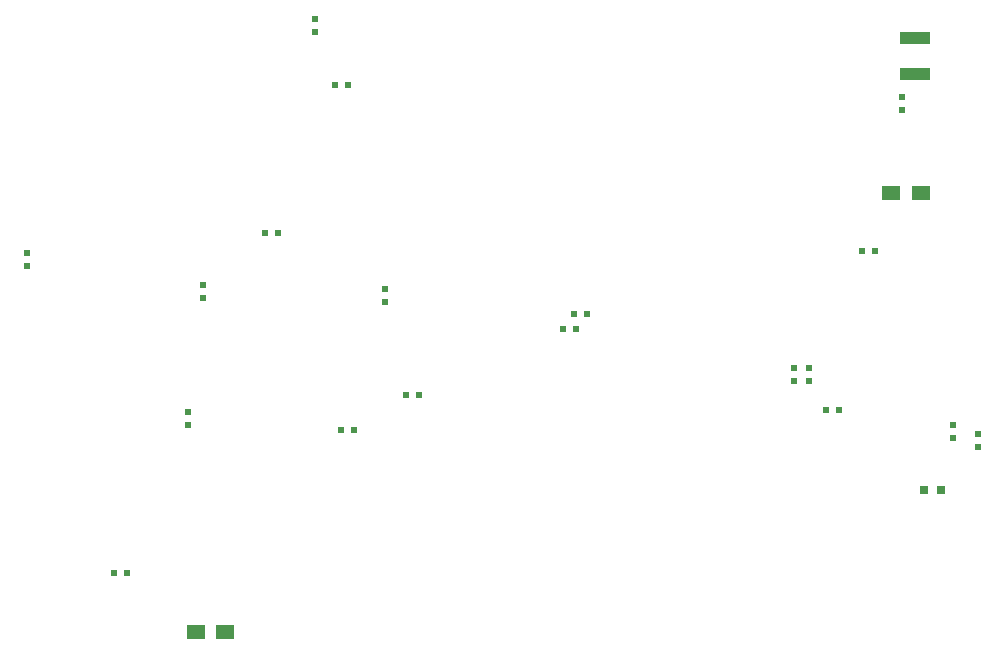
<source format=gbp>
G04 #@! TF.GenerationSoftware,KiCad,Pcbnew,(5.1.2)-1*
G04 #@! TF.CreationDate,2020-02-28T22:39:46+09:00*
G04 #@! TF.ProjectId,o2_breakout,6f325f62-7265-4616-9b6f-75742e6b6963,rev?*
G04 #@! TF.SameCoordinates,Original*
G04 #@! TF.FileFunction,Paste,Bot*
G04 #@! TF.FilePolarity,Positive*
%FSLAX46Y46*%
G04 Gerber Fmt 4.6, Leading zero omitted, Abs format (unit mm)*
G04 Created by KiCad (PCBNEW (5.1.2)-1) date 2020-02-28 22:39:46*
%MOMM*%
%LPD*%
G04 APERTURE LIST*
%ADD10R,2.500000X1.000000*%
%ADD11R,0.500000X0.600000*%
%ADD12R,0.600000X0.500000*%
%ADD13R,0.800000X0.750000*%
%ADD14R,1.500000X1.250000*%
G04 APERTURE END LIST*
D10*
X178000100Y-79696700D03*
X178000100Y-76696700D03*
D11*
X183375300Y-110168600D03*
X183375300Y-111268600D03*
D12*
X174679700Y-94742000D03*
X173579700Y-94742000D03*
D11*
X169062400Y-105744100D03*
X169062400Y-104644100D03*
X167792400Y-105744100D03*
X167792400Y-104644100D03*
D12*
X110244800Y-121996200D03*
X111344800Y-121996200D03*
D11*
X102844600Y-95952400D03*
X102844600Y-94852400D03*
D12*
X148202000Y-101348800D03*
X149302000Y-101348800D03*
X149154500Y-100028000D03*
X150254500Y-100028000D03*
D13*
X178774100Y-114963200D03*
X180274100Y-114963200D03*
D14*
X117147020Y-126969520D03*
X119647020Y-126969520D03*
D11*
X127246380Y-75088660D03*
X127246380Y-76188660D03*
X176951640Y-81646940D03*
X176951640Y-82746940D03*
X133172200Y-97925800D03*
X133172200Y-99025800D03*
D14*
X176024220Y-89827100D03*
X178524220Y-89827100D03*
D12*
X136081300Y-106886000D03*
X134981300Y-106886000D03*
X124092500Y-93182700D03*
X122992500Y-93182700D03*
D11*
X181279800Y-109419300D03*
X181279800Y-110519300D03*
D12*
X170490500Y-108156000D03*
X171590500Y-108156000D03*
X130547200Y-109829600D03*
X129447200Y-109829600D03*
D11*
X117713200Y-97560300D03*
X117713200Y-98660300D03*
D12*
X128939200Y-80645000D03*
X130039200Y-80645000D03*
D11*
X116446300Y-108377900D03*
X116446300Y-109477900D03*
M02*

</source>
